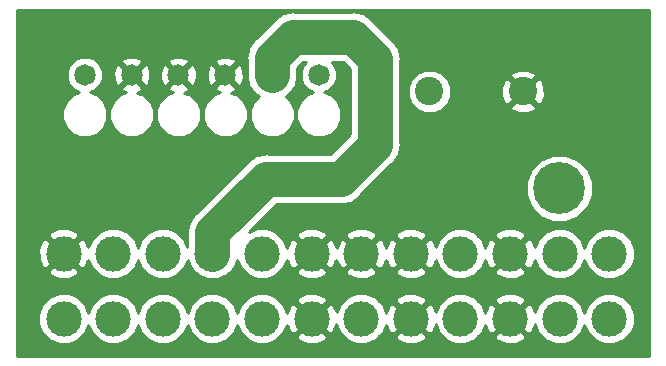
<source format=gbl>
G04 #@! TF.GenerationSoftware,KiCad,Pcbnew,(5.0.0-3-g5ebb6b6)*
G04 #@! TF.CreationDate,2018-12-11T03:05:49+01:00*
G04 #@! TF.ProjectId,pico_psu_mount,7069636F5F7073755F6D6F756E742E6B,rev?*
G04 #@! TF.SameCoordinates,Original*
G04 #@! TF.FileFunction,Copper,L2,Bot,Signal*
G04 #@! TF.FilePolarity,Positive*
%FSLAX46Y46*%
G04 Gerber Fmt 4.6, Leading zero omitted, Abs format (unit mm)*
G04 Created by KiCad (PCBNEW (5.0.0-3-g5ebb6b6)) date 2018 December 11, Tuesday 03:05:49*
%MOMM*%
%LPD*%
G01*
G04 APERTURE LIST*
G04 #@! TA.AperFunction,ComponentPad*
%ADD10C,3.000000*%
G04 #@! TD*
G04 #@! TA.AperFunction,ComponentPad*
%ADD11C,2.400000*%
G04 #@! TD*
G04 #@! TA.AperFunction,ComponentPad*
%ADD12C,1.824000*%
G04 #@! TD*
G04 #@! TA.AperFunction,ViaPad*
%ADD13C,4.400000*%
G04 #@! TD*
G04 #@! TA.AperFunction,Conductor*
%ADD14C,3.000000*%
G04 #@! TD*
G04 #@! TA.AperFunction,Conductor*
%ADD15C,0.254000*%
G04 #@! TD*
G04 APERTURE END LIST*
D10*
G04 #@! TO.P,U2,24*
G04 #@! TO.N,GND*
X151894600Y-85660600D03*
G04 #@! TO.P,U2,23*
G04 #@! TO.N,Net-(U2-Pad23)*
X156094600Y-85660600D03*
G04 #@! TO.P,U2,22*
G04 #@! TO.N,Net-(U2-Pad22)*
X160294600Y-85660600D03*
G04 #@! TO.P,U2,21*
G04 #@! TO.N,/5V*
X164494600Y-85660600D03*
G04 #@! TO.P,U2,20*
G04 #@! TO.N,Net-(U2-Pad20)*
X168694600Y-85660600D03*
G04 #@! TO.P,U2,19*
G04 #@! TO.N,GND*
X172894600Y-85660600D03*
G04 #@! TO.P,U2,18*
X177094600Y-85660600D03*
G04 #@! TO.P,U2,17*
X181294600Y-85660600D03*
G04 #@! TO.P,U2,16*
G04 #@! TO.N,/nPSon*
X185494600Y-85660600D03*
G04 #@! TO.P,U2,15*
G04 #@! TO.N,GND*
X189694600Y-85660600D03*
G04 #@! TO.P,U2,14*
G04 #@! TO.N,Net-(U2-Pad14)*
X193894600Y-85660600D03*
G04 #@! TO.P,U2,13*
G04 #@! TO.N,/3.3V*
X198094600Y-85660600D03*
G04 #@! TO.P,U2,12*
G04 #@! TO.N,Net-(U2-Pad12)*
X151894600Y-91160600D03*
G04 #@! TO.P,U2,11*
G04 #@! TO.N,Net-(U2-Pad11)*
X156094600Y-91160600D03*
G04 #@! TO.P,U2,10*
G04 #@! TO.N,/12V*
X160294600Y-91160600D03*
G04 #@! TO.P,U2,9*
G04 #@! TO.N,Net-(U2-Pad9)*
X164494600Y-91160600D03*
G04 #@! TO.P,U2,8*
G04 #@! TO.N,Net-(U2-Pad8)*
X168694600Y-91160600D03*
G04 #@! TO.P,U2,7*
G04 #@! TO.N,GND*
X172894600Y-91160600D03*
G04 #@! TO.P,U2,6*
G04 #@! TO.N,Net-(U2-Pad6)*
X177094600Y-91160600D03*
G04 #@! TO.P,U2,5*
G04 #@! TO.N,GND*
X181294600Y-91160600D03*
G04 #@! TO.P,U2,4*
G04 #@! TO.N,Net-(U2-Pad4)*
X185494600Y-91160600D03*
G04 #@! TO.P,U2,3*
G04 #@! TO.N,GND*
X189694600Y-91160600D03*
G04 #@! TO.P,U2,2*
G04 #@! TO.N,Net-(U2-Pad2)*
X193894600Y-91160600D03*
G04 #@! TO.P,U2,1*
G04 #@! TO.N,Net-(U2-Pad1)*
X198094600Y-91160600D03*
G04 #@! TD*
D11*
G04 #@! TO.P,J1,1*
G04 #@! TO.N,/nPSon*
X182857000Y-71935200D03*
G04 #@! TO.P,J1,2*
G04 #@! TO.N,GND*
X190777000Y-71935200D03*
G04 #@! TD*
D12*
G04 #@! TO.P,U1,1*
G04 #@! TO.N,/3.3V*
X173507400Y-70535800D03*
G04 #@! TO.P,U1,2*
G04 #@! TO.N,/5V*
X169545000Y-70535800D03*
G04 #@! TO.P,U1,3*
G04 #@! TO.N,GND*
X165582600Y-70535800D03*
G04 #@! TO.P,U1,4*
X161620200Y-70535800D03*
G04 #@! TO.P,U1,5*
X157659400Y-70535800D03*
G04 #@! TO.P,U1,6*
G04 #@! TO.N,/12V*
X153695400Y-70535800D03*
G04 #@! TD*
D13*
G04 #@! TO.N,*
X193858600Y-80146000D03*
G04 #@! TD*
D14*
G04 #@! TO.N,/5V*
X164494600Y-83864549D02*
X164494600Y-85660600D01*
X169034949Y-79324200D02*
X164494600Y-83864549D01*
X175361600Y-79324200D02*
X169034949Y-79324200D01*
X176403000Y-67310000D02*
X178257200Y-69164200D01*
X171297600Y-67310000D02*
X176403000Y-67310000D01*
X178257200Y-69164200D02*
X178257200Y-76428600D01*
X178257200Y-76428600D02*
X175361600Y-79324200D01*
X169545000Y-69062600D02*
X171297600Y-67310000D01*
X169545000Y-70535800D02*
X169545000Y-69062600D01*
G04 #@! TD*
D15*
G04 #@! TO.N,GND*
G36*
X201473600Y-94311000D02*
X147979600Y-94311000D01*
X147979600Y-90735922D01*
X149759600Y-90735922D01*
X149759600Y-91585278D01*
X150084634Y-92369980D01*
X150685220Y-92970566D01*
X151469922Y-93295600D01*
X152319278Y-93295600D01*
X153103980Y-92970566D01*
X153704566Y-92369980D01*
X153994600Y-91669776D01*
X154284634Y-92369980D01*
X154885220Y-92970566D01*
X155669922Y-93295600D01*
X156519278Y-93295600D01*
X157303980Y-92970566D01*
X157904566Y-92369980D01*
X158194600Y-91669776D01*
X158484634Y-92369980D01*
X159085220Y-92970566D01*
X159869922Y-93295600D01*
X160719278Y-93295600D01*
X161503980Y-92970566D01*
X162104566Y-92369980D01*
X162394600Y-91669776D01*
X162684634Y-92369980D01*
X163285220Y-92970566D01*
X164069922Y-93295600D01*
X164919278Y-93295600D01*
X165703980Y-92970566D01*
X166304566Y-92369980D01*
X166594600Y-91669776D01*
X166884634Y-92369980D01*
X167485220Y-92970566D01*
X168269922Y-93295600D01*
X169119278Y-93295600D01*
X169903980Y-92970566D01*
X170199976Y-92674570D01*
X171560235Y-92674570D01*
X171720018Y-92993339D01*
X172510787Y-93303323D01*
X173359987Y-93287097D01*
X174069182Y-92993339D01*
X174228965Y-92674570D01*
X172894600Y-91340205D01*
X171560235Y-92674570D01*
X170199976Y-92674570D01*
X170504566Y-92369980D01*
X170790420Y-91679866D01*
X171061861Y-92335182D01*
X171380630Y-92494965D01*
X172714995Y-91160600D01*
X173074205Y-91160600D01*
X174408570Y-92494965D01*
X174727339Y-92335182D01*
X174991302Y-91661813D01*
X175284634Y-92369980D01*
X175885220Y-92970566D01*
X176669922Y-93295600D01*
X177519278Y-93295600D01*
X178303980Y-92970566D01*
X178599976Y-92674570D01*
X179960235Y-92674570D01*
X180120018Y-92993339D01*
X180910787Y-93303323D01*
X181759987Y-93287097D01*
X182469182Y-92993339D01*
X182628965Y-92674570D01*
X181294600Y-91340205D01*
X179960235Y-92674570D01*
X178599976Y-92674570D01*
X178904566Y-92369980D01*
X179190420Y-91679866D01*
X179461861Y-92335182D01*
X179780630Y-92494965D01*
X181114995Y-91160600D01*
X181474205Y-91160600D01*
X182808570Y-92494965D01*
X183127339Y-92335182D01*
X183391302Y-91661813D01*
X183684634Y-92369980D01*
X184285220Y-92970566D01*
X185069922Y-93295600D01*
X185919278Y-93295600D01*
X186703980Y-92970566D01*
X186999976Y-92674570D01*
X188360235Y-92674570D01*
X188520018Y-92993339D01*
X189310787Y-93303323D01*
X190159987Y-93287097D01*
X190869182Y-92993339D01*
X191028965Y-92674570D01*
X189694600Y-91340205D01*
X188360235Y-92674570D01*
X186999976Y-92674570D01*
X187304566Y-92369980D01*
X187590420Y-91679866D01*
X187861861Y-92335182D01*
X188180630Y-92494965D01*
X189514995Y-91160600D01*
X189874205Y-91160600D01*
X191208570Y-92494965D01*
X191527339Y-92335182D01*
X191791302Y-91661813D01*
X192084634Y-92369980D01*
X192685220Y-92970566D01*
X193469922Y-93295600D01*
X194319278Y-93295600D01*
X195103980Y-92970566D01*
X195704566Y-92369980D01*
X195994600Y-91669776D01*
X196284634Y-92369980D01*
X196885220Y-92970566D01*
X197669922Y-93295600D01*
X198519278Y-93295600D01*
X199303980Y-92970566D01*
X199904566Y-92369980D01*
X200229600Y-91585278D01*
X200229600Y-90735922D01*
X199904566Y-89951220D01*
X199303980Y-89350634D01*
X198519278Y-89025600D01*
X197669922Y-89025600D01*
X196885220Y-89350634D01*
X196284634Y-89951220D01*
X195994600Y-90651424D01*
X195704566Y-89951220D01*
X195103980Y-89350634D01*
X194319278Y-89025600D01*
X193469922Y-89025600D01*
X192685220Y-89350634D01*
X192084634Y-89951220D01*
X191798780Y-90641334D01*
X191527339Y-89986018D01*
X191208570Y-89826235D01*
X189874205Y-91160600D01*
X189514995Y-91160600D01*
X188180630Y-89826235D01*
X187861861Y-89986018D01*
X187597898Y-90659387D01*
X187304566Y-89951220D01*
X186999976Y-89646630D01*
X188360235Y-89646630D01*
X189694600Y-90980995D01*
X191028965Y-89646630D01*
X190869182Y-89327861D01*
X190078413Y-89017877D01*
X189229213Y-89034103D01*
X188520018Y-89327861D01*
X188360235Y-89646630D01*
X186999976Y-89646630D01*
X186703980Y-89350634D01*
X185919278Y-89025600D01*
X185069922Y-89025600D01*
X184285220Y-89350634D01*
X183684634Y-89951220D01*
X183398780Y-90641334D01*
X183127339Y-89986018D01*
X182808570Y-89826235D01*
X181474205Y-91160600D01*
X181114995Y-91160600D01*
X179780630Y-89826235D01*
X179461861Y-89986018D01*
X179197898Y-90659387D01*
X178904566Y-89951220D01*
X178599976Y-89646630D01*
X179960235Y-89646630D01*
X181294600Y-90980995D01*
X182628965Y-89646630D01*
X182469182Y-89327861D01*
X181678413Y-89017877D01*
X180829213Y-89034103D01*
X180120018Y-89327861D01*
X179960235Y-89646630D01*
X178599976Y-89646630D01*
X178303980Y-89350634D01*
X177519278Y-89025600D01*
X176669922Y-89025600D01*
X175885220Y-89350634D01*
X175284634Y-89951220D01*
X174998780Y-90641334D01*
X174727339Y-89986018D01*
X174408570Y-89826235D01*
X173074205Y-91160600D01*
X172714995Y-91160600D01*
X171380630Y-89826235D01*
X171061861Y-89986018D01*
X170797898Y-90659387D01*
X170504566Y-89951220D01*
X170199976Y-89646630D01*
X171560235Y-89646630D01*
X172894600Y-90980995D01*
X174228965Y-89646630D01*
X174069182Y-89327861D01*
X173278413Y-89017877D01*
X172429213Y-89034103D01*
X171720018Y-89327861D01*
X171560235Y-89646630D01*
X170199976Y-89646630D01*
X169903980Y-89350634D01*
X169119278Y-89025600D01*
X168269922Y-89025600D01*
X167485220Y-89350634D01*
X166884634Y-89951220D01*
X166594600Y-90651424D01*
X166304566Y-89951220D01*
X165703980Y-89350634D01*
X164919278Y-89025600D01*
X164069922Y-89025600D01*
X163285220Y-89350634D01*
X162684634Y-89951220D01*
X162394600Y-90651424D01*
X162104566Y-89951220D01*
X161503980Y-89350634D01*
X160719278Y-89025600D01*
X159869922Y-89025600D01*
X159085220Y-89350634D01*
X158484634Y-89951220D01*
X158194600Y-90651424D01*
X157904566Y-89951220D01*
X157303980Y-89350634D01*
X156519278Y-89025600D01*
X155669922Y-89025600D01*
X154885220Y-89350634D01*
X154284634Y-89951220D01*
X153994600Y-90651424D01*
X153704566Y-89951220D01*
X153103980Y-89350634D01*
X152319278Y-89025600D01*
X151469922Y-89025600D01*
X150685220Y-89350634D01*
X150084634Y-89951220D01*
X149759600Y-90735922D01*
X147979600Y-90735922D01*
X147979600Y-87174570D01*
X150560235Y-87174570D01*
X150720018Y-87493339D01*
X151510787Y-87803323D01*
X152359987Y-87787097D01*
X153069182Y-87493339D01*
X153228965Y-87174570D01*
X151894600Y-85840205D01*
X150560235Y-87174570D01*
X147979600Y-87174570D01*
X147979600Y-85276787D01*
X149751877Y-85276787D01*
X149768103Y-86125987D01*
X150061861Y-86835182D01*
X150380630Y-86994965D01*
X151714995Y-85660600D01*
X152074205Y-85660600D01*
X153408570Y-86994965D01*
X153727339Y-86835182D01*
X153991302Y-86161813D01*
X154284634Y-86869980D01*
X154885220Y-87470566D01*
X155669922Y-87795600D01*
X156519278Y-87795600D01*
X157303980Y-87470566D01*
X157904566Y-86869980D01*
X158194600Y-86169776D01*
X158484634Y-86869980D01*
X159085220Y-87470566D01*
X159869922Y-87795600D01*
X160719278Y-87795600D01*
X161503980Y-87470566D01*
X162104566Y-86869980D01*
X162394600Y-86169776D01*
X162441648Y-86283360D01*
X162483475Y-86493636D01*
X162602585Y-86671897D01*
X162684634Y-86869980D01*
X162836241Y-87021587D01*
X162955352Y-87199849D01*
X163133614Y-87318960D01*
X163285220Y-87470566D01*
X163483301Y-87552614D01*
X163661565Y-87671726D01*
X163871842Y-87713553D01*
X164069922Y-87795600D01*
X164284322Y-87795600D01*
X164494600Y-87837427D01*
X164704879Y-87795600D01*
X164919278Y-87795600D01*
X165117357Y-87713553D01*
X165327636Y-87671726D01*
X165505901Y-87552613D01*
X165703980Y-87470566D01*
X165855584Y-87318962D01*
X166033849Y-87199849D01*
X166152962Y-87021584D01*
X166304566Y-86869980D01*
X166386613Y-86671901D01*
X166505726Y-86493636D01*
X166547553Y-86283357D01*
X166594600Y-86169776D01*
X166884634Y-86869980D01*
X167485220Y-87470566D01*
X168269922Y-87795600D01*
X169119278Y-87795600D01*
X169903980Y-87470566D01*
X170199976Y-87174570D01*
X171560235Y-87174570D01*
X171720018Y-87493339D01*
X172510787Y-87803323D01*
X173359987Y-87787097D01*
X174069182Y-87493339D01*
X174228965Y-87174570D01*
X175760235Y-87174570D01*
X175920018Y-87493339D01*
X176710787Y-87803323D01*
X177559987Y-87787097D01*
X178269182Y-87493339D01*
X178428965Y-87174570D01*
X179960235Y-87174570D01*
X180120018Y-87493339D01*
X180910787Y-87803323D01*
X181759987Y-87787097D01*
X182469182Y-87493339D01*
X182628965Y-87174570D01*
X181294600Y-85840205D01*
X179960235Y-87174570D01*
X178428965Y-87174570D01*
X177094600Y-85840205D01*
X175760235Y-87174570D01*
X174228965Y-87174570D01*
X172894600Y-85840205D01*
X171560235Y-87174570D01*
X170199976Y-87174570D01*
X170504566Y-86869980D01*
X170790420Y-86179866D01*
X171061861Y-86835182D01*
X171380630Y-86994965D01*
X172714995Y-85660600D01*
X173074205Y-85660600D01*
X174408570Y-86994965D01*
X174727339Y-86835182D01*
X174987237Y-86172181D01*
X175261861Y-86835182D01*
X175580630Y-86994965D01*
X176914995Y-85660600D01*
X177274205Y-85660600D01*
X178608570Y-86994965D01*
X178927339Y-86835182D01*
X179187237Y-86172181D01*
X179461861Y-86835182D01*
X179780630Y-86994965D01*
X181114995Y-85660600D01*
X181474205Y-85660600D01*
X182808570Y-86994965D01*
X183127339Y-86835182D01*
X183391302Y-86161813D01*
X183684634Y-86869980D01*
X184285220Y-87470566D01*
X185069922Y-87795600D01*
X185919278Y-87795600D01*
X186703980Y-87470566D01*
X186999976Y-87174570D01*
X188360235Y-87174570D01*
X188520018Y-87493339D01*
X189310787Y-87803323D01*
X190159987Y-87787097D01*
X190869182Y-87493339D01*
X191028965Y-87174570D01*
X189694600Y-85840205D01*
X188360235Y-87174570D01*
X186999976Y-87174570D01*
X187304566Y-86869980D01*
X187590420Y-86179866D01*
X187861861Y-86835182D01*
X188180630Y-86994965D01*
X189514995Y-85660600D01*
X189874205Y-85660600D01*
X191208570Y-86994965D01*
X191527339Y-86835182D01*
X191791302Y-86161813D01*
X192084634Y-86869980D01*
X192685220Y-87470566D01*
X193469922Y-87795600D01*
X194319278Y-87795600D01*
X195103980Y-87470566D01*
X195704566Y-86869980D01*
X195994600Y-86169776D01*
X196284634Y-86869980D01*
X196885220Y-87470566D01*
X197669922Y-87795600D01*
X198519278Y-87795600D01*
X199303980Y-87470566D01*
X199904566Y-86869980D01*
X200229600Y-86085278D01*
X200229600Y-85235922D01*
X199904566Y-84451220D01*
X199303980Y-83850634D01*
X198519278Y-83525600D01*
X197669922Y-83525600D01*
X196885220Y-83850634D01*
X196284634Y-84451220D01*
X195994600Y-85151424D01*
X195704566Y-84451220D01*
X195103980Y-83850634D01*
X194319278Y-83525600D01*
X193469922Y-83525600D01*
X192685220Y-83850634D01*
X192084634Y-84451220D01*
X191798780Y-85141334D01*
X191527339Y-84486018D01*
X191208570Y-84326235D01*
X189874205Y-85660600D01*
X189514995Y-85660600D01*
X188180630Y-84326235D01*
X187861861Y-84486018D01*
X187597898Y-85159387D01*
X187304566Y-84451220D01*
X186999976Y-84146630D01*
X188360235Y-84146630D01*
X189694600Y-85480995D01*
X191028965Y-84146630D01*
X190869182Y-83827861D01*
X190078413Y-83517877D01*
X189229213Y-83534103D01*
X188520018Y-83827861D01*
X188360235Y-84146630D01*
X186999976Y-84146630D01*
X186703980Y-83850634D01*
X185919278Y-83525600D01*
X185069922Y-83525600D01*
X184285220Y-83850634D01*
X183684634Y-84451220D01*
X183398780Y-85141334D01*
X183127339Y-84486018D01*
X182808570Y-84326235D01*
X181474205Y-85660600D01*
X181114995Y-85660600D01*
X179780630Y-84326235D01*
X179461861Y-84486018D01*
X179201963Y-85149019D01*
X178927339Y-84486018D01*
X178608570Y-84326235D01*
X177274205Y-85660600D01*
X176914995Y-85660600D01*
X175580630Y-84326235D01*
X175261861Y-84486018D01*
X175001963Y-85149019D01*
X174727339Y-84486018D01*
X174408570Y-84326235D01*
X173074205Y-85660600D01*
X172714995Y-85660600D01*
X171380630Y-84326235D01*
X171061861Y-84486018D01*
X170797898Y-85159387D01*
X170504566Y-84451220D01*
X170199976Y-84146630D01*
X171560235Y-84146630D01*
X172894600Y-85480995D01*
X174228965Y-84146630D01*
X175760235Y-84146630D01*
X177094600Y-85480995D01*
X178428965Y-84146630D01*
X179960235Y-84146630D01*
X181294600Y-85480995D01*
X182628965Y-84146630D01*
X182469182Y-83827861D01*
X181678413Y-83517877D01*
X180829213Y-83534103D01*
X180120018Y-83827861D01*
X179960235Y-84146630D01*
X178428965Y-84146630D01*
X178269182Y-83827861D01*
X177478413Y-83517877D01*
X176629213Y-83534103D01*
X175920018Y-83827861D01*
X175760235Y-84146630D01*
X174228965Y-84146630D01*
X174069182Y-83827861D01*
X173278413Y-83517877D01*
X172429213Y-83534103D01*
X171720018Y-83827861D01*
X171560235Y-84146630D01*
X170199976Y-84146630D01*
X169903980Y-83850634D01*
X169119278Y-83525600D01*
X168269922Y-83525600D01*
X167558012Y-83820483D01*
X169919295Y-81459200D01*
X175151325Y-81459200D01*
X175361600Y-81501026D01*
X175571875Y-81459200D01*
X175571879Y-81459200D01*
X176194636Y-81335326D01*
X176900849Y-80863449D01*
X177019964Y-80685181D01*
X178123062Y-79582083D01*
X191023600Y-79582083D01*
X191023600Y-80709917D01*
X191455203Y-81751899D01*
X192252701Y-82549397D01*
X193294683Y-82981000D01*
X194422517Y-82981000D01*
X195464499Y-82549397D01*
X196261997Y-81751899D01*
X196693600Y-80709917D01*
X196693600Y-79582083D01*
X196261997Y-78540101D01*
X195464499Y-77742603D01*
X194422517Y-77311000D01*
X193294683Y-77311000D01*
X192252701Y-77742603D01*
X191455203Y-78540101D01*
X191023600Y-79582083D01*
X178123062Y-79582083D01*
X179618184Y-78086962D01*
X179796449Y-77967849D01*
X180268326Y-77261636D01*
X180392200Y-76638879D01*
X180392200Y-76638875D01*
X180434026Y-76428600D01*
X180392200Y-76218325D01*
X180392200Y-71570196D01*
X181022000Y-71570196D01*
X181022000Y-72300204D01*
X181301362Y-72974644D01*
X181817556Y-73490838D01*
X182491996Y-73770200D01*
X183222004Y-73770200D01*
X183896444Y-73490838D01*
X184154907Y-73232375D01*
X189659430Y-73232375D01*
X189782565Y-73519988D01*
X190464734Y-73779907D01*
X191194443Y-73758986D01*
X191771435Y-73519988D01*
X191894570Y-73232375D01*
X190777000Y-72114805D01*
X189659430Y-73232375D01*
X184154907Y-73232375D01*
X184412638Y-72974644D01*
X184692000Y-72300204D01*
X184692000Y-71622934D01*
X188932293Y-71622934D01*
X188953214Y-72352643D01*
X189192212Y-72929635D01*
X189479825Y-73052770D01*
X190597395Y-71935200D01*
X190956605Y-71935200D01*
X192074175Y-73052770D01*
X192361788Y-72929635D01*
X192621707Y-72247466D01*
X192600786Y-71517757D01*
X192361788Y-70940765D01*
X192074175Y-70817630D01*
X190956605Y-71935200D01*
X190597395Y-71935200D01*
X189479825Y-70817630D01*
X189192212Y-70940765D01*
X188932293Y-71622934D01*
X184692000Y-71622934D01*
X184692000Y-71570196D01*
X184412638Y-70895756D01*
X184154907Y-70638025D01*
X189659430Y-70638025D01*
X190777000Y-71755595D01*
X191894570Y-70638025D01*
X191771435Y-70350412D01*
X191089266Y-70090493D01*
X190359557Y-70111414D01*
X189782565Y-70350412D01*
X189659430Y-70638025D01*
X184154907Y-70638025D01*
X183896444Y-70379562D01*
X183222004Y-70100200D01*
X182491996Y-70100200D01*
X181817556Y-70379562D01*
X181301362Y-70895756D01*
X181022000Y-71570196D01*
X180392200Y-71570196D01*
X180392200Y-69374475D01*
X180434026Y-69164200D01*
X180392200Y-68953925D01*
X180392200Y-68953921D01*
X180268326Y-68331164D01*
X179796449Y-67624951D01*
X179618184Y-67505838D01*
X178061364Y-65949019D01*
X177942249Y-65770751D01*
X177236036Y-65298874D01*
X176613279Y-65175000D01*
X176613275Y-65175000D01*
X176403000Y-65133174D01*
X176192725Y-65175000D01*
X171507878Y-65175000D01*
X171297600Y-65133173D01*
X171087321Y-65175000D01*
X170464564Y-65298874D01*
X169758351Y-65770751D01*
X169639238Y-65949016D01*
X168184017Y-67404238D01*
X168005752Y-67523351D01*
X167886639Y-67701616D01*
X167886638Y-67701617D01*
X167533874Y-68229565D01*
X167513665Y-68331164D01*
X167410000Y-68852321D01*
X167410000Y-68852325D01*
X167368174Y-69062600D01*
X167410000Y-69272875D01*
X167410000Y-70746078D01*
X167533874Y-71368835D01*
X168005751Y-72075049D01*
X168400626Y-72338897D01*
X167930019Y-72809504D01*
X167640000Y-73509672D01*
X167640000Y-74267528D01*
X167930019Y-74967696D01*
X168465904Y-75503581D01*
X169166072Y-75793600D01*
X169923928Y-75793600D01*
X170624096Y-75503581D01*
X171159981Y-74967696D01*
X171450000Y-74267528D01*
X171450000Y-73509672D01*
X171159981Y-72809504D01*
X170689373Y-72338896D01*
X171084249Y-72075049D01*
X171556126Y-71368836D01*
X171680000Y-70746079D01*
X171680000Y-69946945D01*
X172181946Y-69445000D01*
X172410411Y-69445000D01*
X172195916Y-69659495D01*
X171960400Y-70228082D01*
X171960400Y-70843518D01*
X172195916Y-71412105D01*
X172631095Y-71847284D01*
X173044332Y-72018452D01*
X172428304Y-72273619D01*
X171892419Y-72809504D01*
X171602400Y-73509672D01*
X171602400Y-74267528D01*
X171892419Y-74967696D01*
X172428304Y-75503581D01*
X173128472Y-75793600D01*
X173886328Y-75793600D01*
X174586496Y-75503581D01*
X175122381Y-74967696D01*
X175412400Y-74267528D01*
X175412400Y-73509672D01*
X175122381Y-72809504D01*
X174586496Y-72273619D01*
X173970468Y-72018452D01*
X174383705Y-71847284D01*
X174818884Y-71412105D01*
X175054400Y-70843518D01*
X175054400Y-70228082D01*
X174818884Y-69659495D01*
X174604389Y-69445000D01*
X175518655Y-69445000D01*
X176122200Y-70048546D01*
X176122201Y-75544253D01*
X174477255Y-77189200D01*
X169245223Y-77189200D01*
X169034948Y-77147374D01*
X168824673Y-77189200D01*
X168824670Y-77189200D01*
X168201913Y-77313074D01*
X167495700Y-77784951D01*
X167376587Y-77963216D01*
X163133619Y-82206185D01*
X162955351Y-82325300D01*
X162483474Y-83031514D01*
X162359600Y-83654271D01*
X162359600Y-83654274D01*
X162317774Y-83864549D01*
X162359600Y-84074824D01*
X162359600Y-85066927D01*
X162104566Y-84451220D01*
X161503980Y-83850634D01*
X160719278Y-83525600D01*
X159869922Y-83525600D01*
X159085220Y-83850634D01*
X158484634Y-84451220D01*
X158194600Y-85151424D01*
X157904566Y-84451220D01*
X157303980Y-83850634D01*
X156519278Y-83525600D01*
X155669922Y-83525600D01*
X154885220Y-83850634D01*
X154284634Y-84451220D01*
X153998780Y-85141334D01*
X153727339Y-84486018D01*
X153408570Y-84326235D01*
X152074205Y-85660600D01*
X151714995Y-85660600D01*
X150380630Y-84326235D01*
X150061861Y-84486018D01*
X149751877Y-85276787D01*
X147979600Y-85276787D01*
X147979600Y-84146630D01*
X150560235Y-84146630D01*
X151894600Y-85480995D01*
X153228965Y-84146630D01*
X153069182Y-83827861D01*
X152278413Y-83517877D01*
X151429213Y-83534103D01*
X150720018Y-83827861D01*
X150560235Y-84146630D01*
X147979600Y-84146630D01*
X147979600Y-73509672D01*
X151790400Y-73509672D01*
X151790400Y-74267528D01*
X152080419Y-74967696D01*
X152616304Y-75503581D01*
X153316472Y-75793600D01*
X154074328Y-75793600D01*
X154774496Y-75503581D01*
X155310381Y-74967696D01*
X155600400Y-74267528D01*
X155600400Y-73509672D01*
X155752800Y-73509672D01*
X155752800Y-74267528D01*
X156042819Y-74967696D01*
X156578704Y-75503581D01*
X157278872Y-75793600D01*
X158036728Y-75793600D01*
X158736896Y-75503581D01*
X159272781Y-74967696D01*
X159562800Y-74267528D01*
X159562800Y-73509672D01*
X159715200Y-73509672D01*
X159715200Y-74267528D01*
X160005219Y-74967696D01*
X160541104Y-75503581D01*
X161241272Y-75793600D01*
X161999128Y-75793600D01*
X162699296Y-75503581D01*
X163235181Y-74967696D01*
X163525200Y-74267528D01*
X163525200Y-73509672D01*
X163677600Y-73509672D01*
X163677600Y-74267528D01*
X163967619Y-74967696D01*
X164503504Y-75503581D01*
X165203672Y-75793600D01*
X165961528Y-75793600D01*
X166661696Y-75503581D01*
X167197581Y-74967696D01*
X167487600Y-74267528D01*
X167487600Y-73509672D01*
X167197581Y-72809504D01*
X166661696Y-72273619D01*
X166060556Y-72024619D01*
X166403963Y-71882375D01*
X166491842Y-71624647D01*
X165582600Y-70715405D01*
X164673358Y-71624647D01*
X164761237Y-71882375D01*
X165125596Y-72015940D01*
X164503504Y-72273619D01*
X163967619Y-72809504D01*
X163677600Y-73509672D01*
X163525200Y-73509672D01*
X163235181Y-72809504D01*
X162699296Y-72273619D01*
X162098156Y-72024619D01*
X162441563Y-71882375D01*
X162529442Y-71624647D01*
X161620200Y-70715405D01*
X160710958Y-71624647D01*
X160798837Y-71882375D01*
X161163196Y-72015940D01*
X160541104Y-72273619D01*
X160005219Y-72809504D01*
X159715200Y-73509672D01*
X159562800Y-73509672D01*
X159272781Y-72809504D01*
X158736896Y-72273619D01*
X158136556Y-72024950D01*
X158480763Y-71882375D01*
X158568642Y-71624647D01*
X157659400Y-70715405D01*
X156750158Y-71624647D01*
X156838037Y-71882375D01*
X157201547Y-72015629D01*
X156578704Y-72273619D01*
X156042819Y-72809504D01*
X155752800Y-73509672D01*
X155600400Y-73509672D01*
X155310381Y-72809504D01*
X154774496Y-72273619D01*
X154158468Y-72018452D01*
X154571705Y-71847284D01*
X155006884Y-71412105D01*
X155242400Y-70843518D01*
X155242400Y-70292271D01*
X156101005Y-70292271D01*
X156126436Y-70907180D01*
X156312825Y-71357163D01*
X156570553Y-71445042D01*
X157479795Y-70535800D01*
X157839005Y-70535800D01*
X158748247Y-71445042D01*
X159005975Y-71357163D01*
X159217795Y-70779329D01*
X159197652Y-70292271D01*
X160061805Y-70292271D01*
X160087236Y-70907180D01*
X160273625Y-71357163D01*
X160531353Y-71445042D01*
X161440595Y-70535800D01*
X161799805Y-70535800D01*
X162709047Y-71445042D01*
X162966775Y-71357163D01*
X163178595Y-70779329D01*
X163158452Y-70292271D01*
X164024205Y-70292271D01*
X164049636Y-70907180D01*
X164236025Y-71357163D01*
X164493753Y-71445042D01*
X165402995Y-70535800D01*
X165762205Y-70535800D01*
X166671447Y-71445042D01*
X166929175Y-71357163D01*
X167140995Y-70779329D01*
X167115564Y-70164420D01*
X166929175Y-69714437D01*
X166671447Y-69626558D01*
X165762205Y-70535800D01*
X165402995Y-70535800D01*
X164493753Y-69626558D01*
X164236025Y-69714437D01*
X164024205Y-70292271D01*
X163158452Y-70292271D01*
X163153164Y-70164420D01*
X162966775Y-69714437D01*
X162709047Y-69626558D01*
X161799805Y-70535800D01*
X161440595Y-70535800D01*
X160531353Y-69626558D01*
X160273625Y-69714437D01*
X160061805Y-70292271D01*
X159197652Y-70292271D01*
X159192364Y-70164420D01*
X159005975Y-69714437D01*
X158748247Y-69626558D01*
X157839005Y-70535800D01*
X157479795Y-70535800D01*
X156570553Y-69626558D01*
X156312825Y-69714437D01*
X156101005Y-70292271D01*
X155242400Y-70292271D01*
X155242400Y-70228082D01*
X155006884Y-69659495D01*
X154794342Y-69446953D01*
X156750158Y-69446953D01*
X157659400Y-70356195D01*
X158568642Y-69446953D01*
X160710958Y-69446953D01*
X161620200Y-70356195D01*
X162529442Y-69446953D01*
X164673358Y-69446953D01*
X165582600Y-70356195D01*
X166491842Y-69446953D01*
X166403963Y-69189225D01*
X165826129Y-68977405D01*
X165211220Y-69002836D01*
X164761237Y-69189225D01*
X164673358Y-69446953D01*
X162529442Y-69446953D01*
X162441563Y-69189225D01*
X161863729Y-68977405D01*
X161248820Y-69002836D01*
X160798837Y-69189225D01*
X160710958Y-69446953D01*
X158568642Y-69446953D01*
X158480763Y-69189225D01*
X157902929Y-68977405D01*
X157288020Y-69002836D01*
X156838037Y-69189225D01*
X156750158Y-69446953D01*
X154794342Y-69446953D01*
X154571705Y-69224316D01*
X154003118Y-68988800D01*
X153387682Y-68988800D01*
X152819095Y-69224316D01*
X152383916Y-69659495D01*
X152148400Y-70228082D01*
X152148400Y-70843518D01*
X152383916Y-71412105D01*
X152819095Y-71847284D01*
X153232332Y-72018452D01*
X152616304Y-72273619D01*
X152080419Y-72809504D01*
X151790400Y-73509672D01*
X147979600Y-73509672D01*
X147979600Y-64997800D01*
X201473601Y-64997800D01*
X201473600Y-94311000D01*
X201473600Y-94311000D01*
G37*
X201473600Y-94311000D02*
X147979600Y-94311000D01*
X147979600Y-90735922D01*
X149759600Y-90735922D01*
X149759600Y-91585278D01*
X150084634Y-92369980D01*
X150685220Y-92970566D01*
X151469922Y-93295600D01*
X152319278Y-93295600D01*
X153103980Y-92970566D01*
X153704566Y-92369980D01*
X153994600Y-91669776D01*
X154284634Y-92369980D01*
X154885220Y-92970566D01*
X155669922Y-93295600D01*
X156519278Y-93295600D01*
X157303980Y-92970566D01*
X157904566Y-92369980D01*
X158194600Y-91669776D01*
X158484634Y-92369980D01*
X159085220Y-92970566D01*
X159869922Y-93295600D01*
X160719278Y-93295600D01*
X161503980Y-92970566D01*
X162104566Y-92369980D01*
X162394600Y-91669776D01*
X162684634Y-92369980D01*
X163285220Y-92970566D01*
X164069922Y-93295600D01*
X164919278Y-93295600D01*
X165703980Y-92970566D01*
X166304566Y-92369980D01*
X166594600Y-91669776D01*
X166884634Y-92369980D01*
X167485220Y-92970566D01*
X168269922Y-93295600D01*
X169119278Y-93295600D01*
X169903980Y-92970566D01*
X170199976Y-92674570D01*
X171560235Y-92674570D01*
X171720018Y-92993339D01*
X172510787Y-93303323D01*
X173359987Y-93287097D01*
X174069182Y-92993339D01*
X174228965Y-92674570D01*
X172894600Y-91340205D01*
X171560235Y-92674570D01*
X170199976Y-92674570D01*
X170504566Y-92369980D01*
X170790420Y-91679866D01*
X171061861Y-92335182D01*
X171380630Y-92494965D01*
X172714995Y-91160600D01*
X173074205Y-91160600D01*
X174408570Y-92494965D01*
X174727339Y-92335182D01*
X174991302Y-91661813D01*
X175284634Y-92369980D01*
X175885220Y-92970566D01*
X176669922Y-93295600D01*
X177519278Y-93295600D01*
X178303980Y-92970566D01*
X178599976Y-92674570D01*
X179960235Y-92674570D01*
X180120018Y-92993339D01*
X180910787Y-93303323D01*
X181759987Y-93287097D01*
X182469182Y-92993339D01*
X182628965Y-92674570D01*
X181294600Y-91340205D01*
X179960235Y-92674570D01*
X178599976Y-92674570D01*
X178904566Y-92369980D01*
X179190420Y-91679866D01*
X179461861Y-92335182D01*
X179780630Y-92494965D01*
X181114995Y-91160600D01*
X181474205Y-91160600D01*
X182808570Y-92494965D01*
X183127339Y-92335182D01*
X183391302Y-91661813D01*
X183684634Y-92369980D01*
X184285220Y-92970566D01*
X185069922Y-93295600D01*
X185919278Y-93295600D01*
X186703980Y-92970566D01*
X186999976Y-92674570D01*
X188360235Y-92674570D01*
X188520018Y-92993339D01*
X189310787Y-93303323D01*
X190159987Y-93287097D01*
X190869182Y-92993339D01*
X191028965Y-92674570D01*
X189694600Y-91340205D01*
X188360235Y-92674570D01*
X186999976Y-92674570D01*
X187304566Y-92369980D01*
X187590420Y-91679866D01*
X187861861Y-92335182D01*
X188180630Y-92494965D01*
X189514995Y-91160600D01*
X189874205Y-91160600D01*
X191208570Y-92494965D01*
X191527339Y-92335182D01*
X191791302Y-91661813D01*
X192084634Y-92369980D01*
X192685220Y-92970566D01*
X193469922Y-93295600D01*
X194319278Y-93295600D01*
X195103980Y-92970566D01*
X195704566Y-92369980D01*
X195994600Y-91669776D01*
X196284634Y-92369980D01*
X196885220Y-92970566D01*
X197669922Y-93295600D01*
X198519278Y-93295600D01*
X199303980Y-92970566D01*
X199904566Y-92369980D01*
X200229600Y-91585278D01*
X200229600Y-90735922D01*
X199904566Y-89951220D01*
X199303980Y-89350634D01*
X198519278Y-89025600D01*
X197669922Y-89025600D01*
X196885220Y-89350634D01*
X196284634Y-89951220D01*
X195994600Y-90651424D01*
X195704566Y-89951220D01*
X195103980Y-89350634D01*
X194319278Y-89025600D01*
X193469922Y-89025600D01*
X192685220Y-89350634D01*
X192084634Y-89951220D01*
X191798780Y-90641334D01*
X191527339Y-89986018D01*
X191208570Y-89826235D01*
X189874205Y-91160600D01*
X189514995Y-91160600D01*
X188180630Y-89826235D01*
X187861861Y-89986018D01*
X187597898Y-90659387D01*
X187304566Y-89951220D01*
X186999976Y-89646630D01*
X188360235Y-89646630D01*
X189694600Y-90980995D01*
X191028965Y-89646630D01*
X190869182Y-89327861D01*
X190078413Y-89017877D01*
X189229213Y-89034103D01*
X188520018Y-89327861D01*
X188360235Y-89646630D01*
X186999976Y-89646630D01*
X186703980Y-89350634D01*
X185919278Y-89025600D01*
X185069922Y-89025600D01*
X184285220Y-89350634D01*
X183684634Y-89951220D01*
X183398780Y-90641334D01*
X183127339Y-89986018D01*
X182808570Y-89826235D01*
X181474205Y-91160600D01*
X181114995Y-91160600D01*
X179780630Y-89826235D01*
X179461861Y-89986018D01*
X179197898Y-90659387D01*
X178904566Y-89951220D01*
X178599976Y-89646630D01*
X179960235Y-89646630D01*
X181294600Y-90980995D01*
X182628965Y-89646630D01*
X182469182Y-89327861D01*
X181678413Y-89017877D01*
X180829213Y-89034103D01*
X180120018Y-89327861D01*
X179960235Y-89646630D01*
X178599976Y-89646630D01*
X178303980Y-89350634D01*
X177519278Y-89025600D01*
X176669922Y-89025600D01*
X175885220Y-89350634D01*
X175284634Y-89951220D01*
X174998780Y-90641334D01*
X174727339Y-89986018D01*
X174408570Y-89826235D01*
X173074205Y-91160600D01*
X172714995Y-91160600D01*
X171380630Y-89826235D01*
X171061861Y-89986018D01*
X170797898Y-90659387D01*
X170504566Y-89951220D01*
X170199976Y-89646630D01*
X171560235Y-89646630D01*
X172894600Y-90980995D01*
X174228965Y-89646630D01*
X174069182Y-89327861D01*
X173278413Y-89017877D01*
X172429213Y-89034103D01*
X171720018Y-89327861D01*
X171560235Y-89646630D01*
X170199976Y-89646630D01*
X169903980Y-89350634D01*
X169119278Y-89025600D01*
X168269922Y-89025600D01*
X167485220Y-89350634D01*
X166884634Y-89951220D01*
X166594600Y-90651424D01*
X166304566Y-89951220D01*
X165703980Y-89350634D01*
X164919278Y-89025600D01*
X164069922Y-89025600D01*
X163285220Y-89350634D01*
X162684634Y-89951220D01*
X162394600Y-90651424D01*
X162104566Y-89951220D01*
X161503980Y-89350634D01*
X160719278Y-89025600D01*
X159869922Y-89025600D01*
X159085220Y-89350634D01*
X158484634Y-89951220D01*
X158194600Y-90651424D01*
X157904566Y-89951220D01*
X157303980Y-89350634D01*
X156519278Y-89025600D01*
X155669922Y-89025600D01*
X154885220Y-89350634D01*
X154284634Y-89951220D01*
X153994600Y-90651424D01*
X153704566Y-89951220D01*
X153103980Y-89350634D01*
X152319278Y-89025600D01*
X151469922Y-89025600D01*
X150685220Y-89350634D01*
X150084634Y-89951220D01*
X149759600Y-90735922D01*
X147979600Y-90735922D01*
X147979600Y-87174570D01*
X150560235Y-87174570D01*
X150720018Y-87493339D01*
X151510787Y-87803323D01*
X152359987Y-87787097D01*
X153069182Y-87493339D01*
X153228965Y-87174570D01*
X151894600Y-85840205D01*
X150560235Y-87174570D01*
X147979600Y-87174570D01*
X147979600Y-85276787D01*
X149751877Y-85276787D01*
X149768103Y-86125987D01*
X150061861Y-86835182D01*
X150380630Y-86994965D01*
X151714995Y-85660600D01*
X152074205Y-85660600D01*
X153408570Y-86994965D01*
X153727339Y-86835182D01*
X153991302Y-86161813D01*
X154284634Y-86869980D01*
X154885220Y-87470566D01*
X155669922Y-87795600D01*
X156519278Y-87795600D01*
X157303980Y-87470566D01*
X157904566Y-86869980D01*
X158194600Y-86169776D01*
X158484634Y-86869980D01*
X159085220Y-87470566D01*
X159869922Y-87795600D01*
X160719278Y-87795600D01*
X161503980Y-87470566D01*
X162104566Y-86869980D01*
X162394600Y-86169776D01*
X162441648Y-86283360D01*
X162483475Y-86493636D01*
X162602585Y-86671897D01*
X162684634Y-86869980D01*
X162836241Y-87021587D01*
X162955352Y-87199849D01*
X163133614Y-87318960D01*
X163285220Y-87470566D01*
X163483301Y-87552614D01*
X163661565Y-87671726D01*
X163871842Y-87713553D01*
X164069922Y-87795600D01*
X164284322Y-87795600D01*
X164494600Y-87837427D01*
X164704879Y-87795600D01*
X164919278Y-87795600D01*
X165117357Y-87713553D01*
X165327636Y-87671726D01*
X165505901Y-87552613D01*
X165703980Y-87470566D01*
X165855584Y-87318962D01*
X166033849Y-87199849D01*
X166152962Y-87021584D01*
X166304566Y-86869980D01*
X166386613Y-86671901D01*
X166505726Y-86493636D01*
X166547553Y-86283357D01*
X166594600Y-86169776D01*
X166884634Y-86869980D01*
X167485220Y-87470566D01*
X168269922Y-87795600D01*
X169119278Y-87795600D01*
X169903980Y-87470566D01*
X170199976Y-87174570D01*
X171560235Y-87174570D01*
X171720018Y-87493339D01*
X172510787Y-87803323D01*
X173359987Y-87787097D01*
X174069182Y-87493339D01*
X174228965Y-87174570D01*
X175760235Y-87174570D01*
X175920018Y-87493339D01*
X176710787Y-87803323D01*
X177559987Y-87787097D01*
X178269182Y-87493339D01*
X178428965Y-87174570D01*
X179960235Y-87174570D01*
X180120018Y-87493339D01*
X180910787Y-87803323D01*
X181759987Y-87787097D01*
X182469182Y-87493339D01*
X182628965Y-87174570D01*
X181294600Y-85840205D01*
X179960235Y-87174570D01*
X178428965Y-87174570D01*
X177094600Y-85840205D01*
X175760235Y-87174570D01*
X174228965Y-87174570D01*
X172894600Y-85840205D01*
X171560235Y-87174570D01*
X170199976Y-87174570D01*
X170504566Y-86869980D01*
X170790420Y-86179866D01*
X171061861Y-86835182D01*
X171380630Y-86994965D01*
X172714995Y-85660600D01*
X173074205Y-85660600D01*
X174408570Y-86994965D01*
X174727339Y-86835182D01*
X174987237Y-86172181D01*
X175261861Y-86835182D01*
X175580630Y-86994965D01*
X176914995Y-85660600D01*
X177274205Y-85660600D01*
X178608570Y-86994965D01*
X178927339Y-86835182D01*
X179187237Y-86172181D01*
X179461861Y-86835182D01*
X179780630Y-86994965D01*
X181114995Y-85660600D01*
X181474205Y-85660600D01*
X182808570Y-86994965D01*
X183127339Y-86835182D01*
X183391302Y-86161813D01*
X183684634Y-86869980D01*
X184285220Y-87470566D01*
X185069922Y-87795600D01*
X185919278Y-87795600D01*
X186703980Y-87470566D01*
X186999976Y-87174570D01*
X188360235Y-87174570D01*
X188520018Y-87493339D01*
X189310787Y-87803323D01*
X190159987Y-87787097D01*
X190869182Y-87493339D01*
X191028965Y-87174570D01*
X189694600Y-85840205D01*
X188360235Y-87174570D01*
X186999976Y-87174570D01*
X187304566Y-86869980D01*
X187590420Y-86179866D01*
X187861861Y-86835182D01*
X188180630Y-86994965D01*
X189514995Y-85660600D01*
X189874205Y-85660600D01*
X191208570Y-86994965D01*
X191527339Y-86835182D01*
X191791302Y-86161813D01*
X192084634Y-86869980D01*
X192685220Y-87470566D01*
X193469922Y-87795600D01*
X194319278Y-87795600D01*
X195103980Y-87470566D01*
X195704566Y-86869980D01*
X195994600Y-86169776D01*
X196284634Y-86869980D01*
X196885220Y-87470566D01*
X197669922Y-87795600D01*
X198519278Y-87795600D01*
X199303980Y-87470566D01*
X199904566Y-86869980D01*
X200229600Y-86085278D01*
X200229600Y-85235922D01*
X199904566Y-84451220D01*
X199303980Y-83850634D01*
X198519278Y-83525600D01*
X197669922Y-83525600D01*
X196885220Y-83850634D01*
X196284634Y-84451220D01*
X195994600Y-85151424D01*
X195704566Y-84451220D01*
X195103980Y-83850634D01*
X194319278Y-83525600D01*
X193469922Y-83525600D01*
X192685220Y-83850634D01*
X192084634Y-84451220D01*
X191798780Y-85141334D01*
X191527339Y-84486018D01*
X191208570Y-84326235D01*
X189874205Y-85660600D01*
X189514995Y-85660600D01*
X188180630Y-84326235D01*
X187861861Y-84486018D01*
X187597898Y-85159387D01*
X187304566Y-84451220D01*
X186999976Y-84146630D01*
X188360235Y-84146630D01*
X189694600Y-85480995D01*
X191028965Y-84146630D01*
X190869182Y-83827861D01*
X190078413Y-83517877D01*
X189229213Y-83534103D01*
X188520018Y-83827861D01*
X188360235Y-84146630D01*
X186999976Y-84146630D01*
X186703980Y-83850634D01*
X185919278Y-83525600D01*
X185069922Y-83525600D01*
X184285220Y-83850634D01*
X183684634Y-84451220D01*
X183398780Y-85141334D01*
X183127339Y-84486018D01*
X182808570Y-84326235D01*
X181474205Y-85660600D01*
X181114995Y-85660600D01*
X179780630Y-84326235D01*
X179461861Y-84486018D01*
X179201963Y-85149019D01*
X178927339Y-84486018D01*
X178608570Y-84326235D01*
X177274205Y-85660600D01*
X176914995Y-85660600D01*
X175580630Y-84326235D01*
X175261861Y-84486018D01*
X175001963Y-85149019D01*
X174727339Y-84486018D01*
X174408570Y-84326235D01*
X173074205Y-85660600D01*
X172714995Y-85660600D01*
X171380630Y-84326235D01*
X171061861Y-84486018D01*
X170797898Y-85159387D01*
X170504566Y-84451220D01*
X170199976Y-84146630D01*
X171560235Y-84146630D01*
X172894600Y-85480995D01*
X174228965Y-84146630D01*
X175760235Y-84146630D01*
X177094600Y-85480995D01*
X178428965Y-84146630D01*
X179960235Y-84146630D01*
X181294600Y-85480995D01*
X182628965Y-84146630D01*
X182469182Y-83827861D01*
X181678413Y-83517877D01*
X180829213Y-83534103D01*
X180120018Y-83827861D01*
X179960235Y-84146630D01*
X178428965Y-84146630D01*
X178269182Y-83827861D01*
X177478413Y-83517877D01*
X176629213Y-83534103D01*
X175920018Y-83827861D01*
X175760235Y-84146630D01*
X174228965Y-84146630D01*
X174069182Y-83827861D01*
X173278413Y-83517877D01*
X172429213Y-83534103D01*
X171720018Y-83827861D01*
X171560235Y-84146630D01*
X170199976Y-84146630D01*
X169903980Y-83850634D01*
X169119278Y-83525600D01*
X168269922Y-83525600D01*
X167558012Y-83820483D01*
X169919295Y-81459200D01*
X175151325Y-81459200D01*
X175361600Y-81501026D01*
X175571875Y-81459200D01*
X175571879Y-81459200D01*
X176194636Y-81335326D01*
X176900849Y-80863449D01*
X177019964Y-80685181D01*
X178123062Y-79582083D01*
X191023600Y-79582083D01*
X191023600Y-80709917D01*
X191455203Y-81751899D01*
X192252701Y-82549397D01*
X193294683Y-82981000D01*
X194422517Y-82981000D01*
X195464499Y-82549397D01*
X196261997Y-81751899D01*
X196693600Y-80709917D01*
X196693600Y-79582083D01*
X196261997Y-78540101D01*
X195464499Y-77742603D01*
X194422517Y-77311000D01*
X193294683Y-77311000D01*
X192252701Y-77742603D01*
X191455203Y-78540101D01*
X191023600Y-79582083D01*
X178123062Y-79582083D01*
X179618184Y-78086962D01*
X179796449Y-77967849D01*
X180268326Y-77261636D01*
X180392200Y-76638879D01*
X180392200Y-76638875D01*
X180434026Y-76428600D01*
X180392200Y-76218325D01*
X180392200Y-71570196D01*
X181022000Y-71570196D01*
X181022000Y-72300204D01*
X181301362Y-72974644D01*
X181817556Y-73490838D01*
X182491996Y-73770200D01*
X183222004Y-73770200D01*
X183896444Y-73490838D01*
X184154907Y-73232375D01*
X189659430Y-73232375D01*
X189782565Y-73519988D01*
X190464734Y-73779907D01*
X191194443Y-73758986D01*
X191771435Y-73519988D01*
X191894570Y-73232375D01*
X190777000Y-72114805D01*
X189659430Y-73232375D01*
X184154907Y-73232375D01*
X184412638Y-72974644D01*
X184692000Y-72300204D01*
X184692000Y-71622934D01*
X188932293Y-71622934D01*
X188953214Y-72352643D01*
X189192212Y-72929635D01*
X189479825Y-73052770D01*
X190597395Y-71935200D01*
X190956605Y-71935200D01*
X192074175Y-73052770D01*
X192361788Y-72929635D01*
X192621707Y-72247466D01*
X192600786Y-71517757D01*
X192361788Y-70940765D01*
X192074175Y-70817630D01*
X190956605Y-71935200D01*
X190597395Y-71935200D01*
X189479825Y-70817630D01*
X189192212Y-70940765D01*
X188932293Y-71622934D01*
X184692000Y-71622934D01*
X184692000Y-71570196D01*
X184412638Y-70895756D01*
X184154907Y-70638025D01*
X189659430Y-70638025D01*
X190777000Y-71755595D01*
X191894570Y-70638025D01*
X191771435Y-70350412D01*
X191089266Y-70090493D01*
X190359557Y-70111414D01*
X189782565Y-70350412D01*
X189659430Y-70638025D01*
X184154907Y-70638025D01*
X183896444Y-70379562D01*
X183222004Y-70100200D01*
X182491996Y-70100200D01*
X181817556Y-70379562D01*
X181301362Y-70895756D01*
X181022000Y-71570196D01*
X180392200Y-71570196D01*
X180392200Y-69374475D01*
X180434026Y-69164200D01*
X180392200Y-68953925D01*
X180392200Y-68953921D01*
X180268326Y-68331164D01*
X179796449Y-67624951D01*
X179618184Y-67505838D01*
X178061364Y-65949019D01*
X177942249Y-65770751D01*
X177236036Y-65298874D01*
X176613279Y-65175000D01*
X176613275Y-65175000D01*
X176403000Y-65133174D01*
X176192725Y-65175000D01*
X171507878Y-65175000D01*
X171297600Y-65133173D01*
X171087321Y-65175000D01*
X170464564Y-65298874D01*
X169758351Y-65770751D01*
X169639238Y-65949016D01*
X168184017Y-67404238D01*
X168005752Y-67523351D01*
X167886639Y-67701616D01*
X167886638Y-67701617D01*
X167533874Y-68229565D01*
X167513665Y-68331164D01*
X167410000Y-68852321D01*
X167410000Y-68852325D01*
X167368174Y-69062600D01*
X167410000Y-69272875D01*
X167410000Y-70746078D01*
X167533874Y-71368835D01*
X168005751Y-72075049D01*
X168400626Y-72338897D01*
X167930019Y-72809504D01*
X167640000Y-73509672D01*
X167640000Y-74267528D01*
X167930019Y-74967696D01*
X168465904Y-75503581D01*
X169166072Y-75793600D01*
X169923928Y-75793600D01*
X170624096Y-75503581D01*
X171159981Y-74967696D01*
X171450000Y-74267528D01*
X171450000Y-73509672D01*
X171159981Y-72809504D01*
X170689373Y-72338896D01*
X171084249Y-72075049D01*
X171556126Y-71368836D01*
X171680000Y-70746079D01*
X171680000Y-69946945D01*
X172181946Y-69445000D01*
X172410411Y-69445000D01*
X172195916Y-69659495D01*
X171960400Y-70228082D01*
X171960400Y-70843518D01*
X172195916Y-71412105D01*
X172631095Y-71847284D01*
X173044332Y-72018452D01*
X172428304Y-72273619D01*
X171892419Y-72809504D01*
X171602400Y-73509672D01*
X171602400Y-74267528D01*
X171892419Y-74967696D01*
X172428304Y-75503581D01*
X173128472Y-75793600D01*
X173886328Y-75793600D01*
X174586496Y-75503581D01*
X175122381Y-74967696D01*
X175412400Y-74267528D01*
X175412400Y-73509672D01*
X175122381Y-72809504D01*
X174586496Y-72273619D01*
X173970468Y-72018452D01*
X174383705Y-71847284D01*
X174818884Y-71412105D01*
X175054400Y-70843518D01*
X175054400Y-70228082D01*
X174818884Y-69659495D01*
X174604389Y-69445000D01*
X175518655Y-69445000D01*
X176122200Y-70048546D01*
X176122201Y-75544253D01*
X174477255Y-77189200D01*
X169245223Y-77189200D01*
X169034948Y-77147374D01*
X168824673Y-77189200D01*
X168824670Y-77189200D01*
X168201913Y-77313074D01*
X167495700Y-77784951D01*
X167376587Y-77963216D01*
X163133619Y-82206185D01*
X162955351Y-82325300D01*
X162483474Y-83031514D01*
X162359600Y-83654271D01*
X162359600Y-83654274D01*
X162317774Y-83864549D01*
X162359600Y-84074824D01*
X162359600Y-85066927D01*
X162104566Y-84451220D01*
X161503980Y-83850634D01*
X160719278Y-83525600D01*
X159869922Y-83525600D01*
X159085220Y-83850634D01*
X158484634Y-84451220D01*
X158194600Y-85151424D01*
X157904566Y-84451220D01*
X157303980Y-83850634D01*
X156519278Y-83525600D01*
X155669922Y-83525600D01*
X154885220Y-83850634D01*
X154284634Y-84451220D01*
X153998780Y-85141334D01*
X153727339Y-84486018D01*
X153408570Y-84326235D01*
X152074205Y-85660600D01*
X151714995Y-85660600D01*
X150380630Y-84326235D01*
X150061861Y-84486018D01*
X149751877Y-85276787D01*
X147979600Y-85276787D01*
X147979600Y-84146630D01*
X150560235Y-84146630D01*
X151894600Y-85480995D01*
X153228965Y-84146630D01*
X153069182Y-83827861D01*
X152278413Y-83517877D01*
X151429213Y-83534103D01*
X150720018Y-83827861D01*
X150560235Y-84146630D01*
X147979600Y-84146630D01*
X147979600Y-73509672D01*
X151790400Y-73509672D01*
X151790400Y-74267528D01*
X152080419Y-74967696D01*
X152616304Y-75503581D01*
X153316472Y-75793600D01*
X154074328Y-75793600D01*
X154774496Y-75503581D01*
X155310381Y-74967696D01*
X155600400Y-74267528D01*
X155600400Y-73509672D01*
X155752800Y-73509672D01*
X155752800Y-74267528D01*
X156042819Y-74967696D01*
X156578704Y-75503581D01*
X157278872Y-75793600D01*
X158036728Y-75793600D01*
X158736896Y-75503581D01*
X159272781Y-74967696D01*
X159562800Y-74267528D01*
X159562800Y-73509672D01*
X159715200Y-73509672D01*
X159715200Y-74267528D01*
X160005219Y-74967696D01*
X160541104Y-75503581D01*
X161241272Y-75793600D01*
X161999128Y-75793600D01*
X162699296Y-75503581D01*
X163235181Y-74967696D01*
X163525200Y-74267528D01*
X163525200Y-73509672D01*
X163677600Y-73509672D01*
X163677600Y-74267528D01*
X163967619Y-74967696D01*
X164503504Y-75503581D01*
X165203672Y-75793600D01*
X165961528Y-75793600D01*
X166661696Y-75503581D01*
X167197581Y-74967696D01*
X167487600Y-74267528D01*
X167487600Y-73509672D01*
X167197581Y-72809504D01*
X166661696Y-72273619D01*
X166060556Y-72024619D01*
X166403963Y-71882375D01*
X166491842Y-71624647D01*
X165582600Y-70715405D01*
X164673358Y-71624647D01*
X164761237Y-71882375D01*
X165125596Y-72015940D01*
X164503504Y-72273619D01*
X163967619Y-72809504D01*
X163677600Y-73509672D01*
X163525200Y-73509672D01*
X163235181Y-72809504D01*
X162699296Y-72273619D01*
X162098156Y-72024619D01*
X162441563Y-71882375D01*
X162529442Y-71624647D01*
X161620200Y-70715405D01*
X160710958Y-71624647D01*
X160798837Y-71882375D01*
X161163196Y-72015940D01*
X160541104Y-72273619D01*
X160005219Y-72809504D01*
X159715200Y-73509672D01*
X159562800Y-73509672D01*
X159272781Y-72809504D01*
X158736896Y-72273619D01*
X158136556Y-72024950D01*
X158480763Y-71882375D01*
X158568642Y-71624647D01*
X157659400Y-70715405D01*
X156750158Y-71624647D01*
X156838037Y-71882375D01*
X157201547Y-72015629D01*
X156578704Y-72273619D01*
X156042819Y-72809504D01*
X155752800Y-73509672D01*
X155600400Y-73509672D01*
X155310381Y-72809504D01*
X154774496Y-72273619D01*
X154158468Y-72018452D01*
X154571705Y-71847284D01*
X155006884Y-71412105D01*
X155242400Y-70843518D01*
X155242400Y-70292271D01*
X156101005Y-70292271D01*
X156126436Y-70907180D01*
X156312825Y-71357163D01*
X156570553Y-71445042D01*
X157479795Y-70535800D01*
X157839005Y-70535800D01*
X158748247Y-71445042D01*
X159005975Y-71357163D01*
X159217795Y-70779329D01*
X159197652Y-70292271D01*
X160061805Y-70292271D01*
X160087236Y-70907180D01*
X160273625Y-71357163D01*
X160531353Y-71445042D01*
X161440595Y-70535800D01*
X161799805Y-70535800D01*
X162709047Y-71445042D01*
X162966775Y-71357163D01*
X163178595Y-70779329D01*
X163158452Y-70292271D01*
X164024205Y-70292271D01*
X164049636Y-70907180D01*
X164236025Y-71357163D01*
X164493753Y-71445042D01*
X165402995Y-70535800D01*
X165762205Y-70535800D01*
X166671447Y-71445042D01*
X166929175Y-71357163D01*
X167140995Y-70779329D01*
X167115564Y-70164420D01*
X166929175Y-69714437D01*
X166671447Y-69626558D01*
X165762205Y-70535800D01*
X165402995Y-70535800D01*
X164493753Y-69626558D01*
X164236025Y-69714437D01*
X164024205Y-70292271D01*
X163158452Y-70292271D01*
X163153164Y-70164420D01*
X162966775Y-69714437D01*
X162709047Y-69626558D01*
X161799805Y-70535800D01*
X161440595Y-70535800D01*
X160531353Y-69626558D01*
X160273625Y-69714437D01*
X160061805Y-70292271D01*
X159197652Y-70292271D01*
X159192364Y-70164420D01*
X159005975Y-69714437D01*
X158748247Y-69626558D01*
X157839005Y-70535800D01*
X157479795Y-70535800D01*
X156570553Y-69626558D01*
X156312825Y-69714437D01*
X156101005Y-70292271D01*
X155242400Y-70292271D01*
X155242400Y-70228082D01*
X155006884Y-69659495D01*
X154794342Y-69446953D01*
X156750158Y-69446953D01*
X157659400Y-70356195D01*
X158568642Y-69446953D01*
X160710958Y-69446953D01*
X161620200Y-70356195D01*
X162529442Y-69446953D01*
X164673358Y-69446953D01*
X165582600Y-70356195D01*
X166491842Y-69446953D01*
X166403963Y-69189225D01*
X165826129Y-68977405D01*
X165211220Y-69002836D01*
X164761237Y-69189225D01*
X164673358Y-69446953D01*
X162529442Y-69446953D01*
X162441563Y-69189225D01*
X161863729Y-68977405D01*
X161248820Y-69002836D01*
X160798837Y-69189225D01*
X160710958Y-69446953D01*
X158568642Y-69446953D01*
X158480763Y-69189225D01*
X157902929Y-68977405D01*
X157288020Y-69002836D01*
X156838037Y-69189225D01*
X156750158Y-69446953D01*
X154794342Y-69446953D01*
X154571705Y-69224316D01*
X154003118Y-68988800D01*
X153387682Y-68988800D01*
X152819095Y-69224316D01*
X152383916Y-69659495D01*
X152148400Y-70228082D01*
X152148400Y-70843518D01*
X152383916Y-71412105D01*
X152819095Y-71847284D01*
X153232332Y-72018452D01*
X152616304Y-72273619D01*
X152080419Y-72809504D01*
X151790400Y-73509672D01*
X147979600Y-73509672D01*
X147979600Y-64997800D01*
X201473601Y-64997800D01*
X201473600Y-94311000D01*
G04 #@! TD*
M02*

</source>
